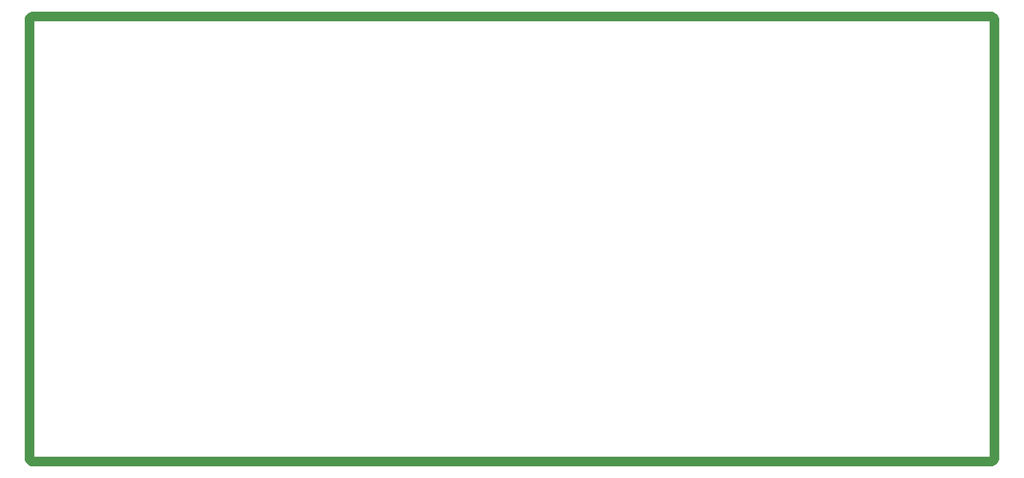
<source format=gko>
%FSTAX23Y23*%
%MOIN*%
%SFA1B1*%

%IPPOS*%
%ADD94C,0.047240*%
%LNpcbbldcdriver-1*%
%LPD*%
G54D94*
X06248Y03995D02*
D01*
X06248Y03996*
X06248Y03998*
X06248Y03999*
X06247Y04001*
X06247Y04003*
X06246Y04004*
X06245Y04006*
X06245Y04007*
X06244Y04008*
X06243Y0401*
X06241Y04011*
X0624Y04012*
X06239Y04013*
X06238Y04014*
X06236Y04015*
X06235Y04016*
X06233Y04016*
X06232Y04017*
X0623Y04017*
X06229Y04018*
X06227Y04018*
X06225Y04018*
X06225Y04018*
X06248Y03995D02*
D01*
X06248Y03996*
X06248Y03998*
X06248Y03999*
X06247Y04001*
X06247Y04003*
X06246Y04004*
X06245Y04006*
X06245Y04007*
X06244Y04008*
X06243Y0401*
X06241Y04011*
X0624Y04012*
X06239Y04013*
X06238Y04014*
X06236Y04015*
X06235Y04016*
X06233Y04016*
X06232Y04017*
X0623Y04017*
X06229Y04018*
X06227Y04018*
X06225Y04018*
X06225Y04018*
Y01856D02*
D01*
X06226Y01856*
X06228Y01856*
X06229Y01856*
X06231Y01857*
X06233Y01857*
X06234Y01858*
X06236Y01859*
X06237Y01859*
X06238Y0186*
X0624Y01861*
X06241Y01863*
X06242Y01864*
X06243Y01865*
X06244Y01866*
X06245Y01868*
X06246Y01869*
X06246Y01871*
X06247Y01872*
X06247Y01874*
X06248Y01875*
X06248Y01877*
X06248Y01879*
X06248Y0188*
X06225Y01856D02*
D01*
X06226Y01856*
X06228Y01856*
X06229Y01856*
X06231Y01857*
X06233Y01857*
X06234Y01858*
X06236Y01859*
X06237Y01859*
X06238Y0186*
X0624Y01861*
X06241Y01863*
X06242Y01864*
X06243Y01865*
X06244Y01866*
X06245Y01868*
X06246Y01869*
X06246Y01871*
X06247Y01872*
X06247Y01874*
X06248Y01875*
X06248Y01877*
X06248Y01879*
X06248Y0188*
X0159Y04018D02*
D01*
X01588Y04018*
X01586Y04018*
X01585Y04018*
X01583Y04017*
X01581Y04017*
X0158Y04016*
X01578Y04015*
X01577Y04015*
X01576Y04014*
X01574Y04013*
X01573Y04011*
X01572Y0401*
X01571Y04009*
X0157Y04008*
X01569Y04006*
X01568Y04005*
X01568Y04003*
X01567Y04002*
X01567Y04*
X01566Y03999*
X01566Y03997*
X01566Y03995*
X01566Y03995*
X0159Y04018D02*
D01*
X01588Y04018*
X01586Y04018*
X01585Y04018*
X01583Y04017*
X01581Y04017*
X0158Y04016*
X01578Y04015*
X01577Y04015*
X01576Y04014*
X01574Y04013*
X01573Y04011*
X01572Y0401*
X01571Y04009*
X0157Y04008*
X01569Y04006*
X01568Y04005*
X01568Y04003*
X01567Y04002*
X01567Y04*
X01566Y03999*
X01566Y03997*
X01566Y03995*
X01566Y03995*
Y0188D02*
D01*
X01566Y01878*
X01566Y01876*
X01566Y01875*
X01567Y01873*
X01567Y01871*
X01568Y0187*
X01569Y01868*
X01569Y01867*
X0157Y01866*
X01571Y01864*
X01573Y01863*
X01574Y01862*
X01575Y01861*
X01576Y0186*
X01578Y01859*
X01579Y01858*
X01581Y01858*
X01582Y01857*
X01584Y01857*
X01585Y01856*
X01587Y01856*
X01589Y01856*
X0159Y01856*
X01566Y0188D02*
D01*
X01566Y01878*
X01566Y01876*
X01566Y01875*
X01567Y01873*
X01567Y01871*
X01568Y0187*
X01569Y01868*
X01569Y01867*
X0157Y01866*
X01571Y01864*
X01573Y01863*
X01574Y01862*
X01575Y01861*
X01576Y0186*
X01578Y01859*
X01579Y01858*
X01581Y01858*
X01582Y01857*
X01584Y01857*
X01585Y01856*
X01587Y01856*
X01589Y01856*
X0159Y01856*
X06248Y0188D02*
Y03995D01*
X0159Y04018D02*
X06225D01*
X0159Y01856D02*
X06225D01*
X01566Y0188D02*
Y03995D01*
M02*
</source>
